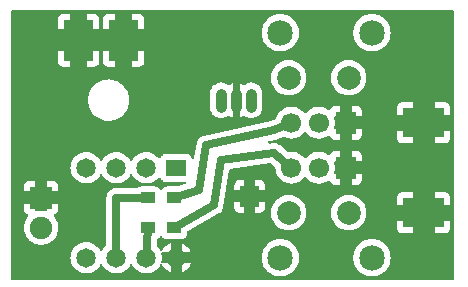
<source format=gbl>
G04 Layer: BottomLayer*
G04 EasyEDA v6.4.17, 2021-03-05T12:05:08+01:00*
G04 f60f8210386e4bb8a37d6fc626a43cf4,a095d68295bf4de09e4161802e6eaeab,10*
G04 Gerber Generator version 0.2*
G04 Scale: 100 percent, Rotated: No, Reflected: No *
G04 Dimensions in inches *
G04 leading zeros omitted , absolute positions ,3 integer and 6 decimal *
%FSLAX36Y36*%
%MOIN*%

%ADD13C,0.0250*%
%ADD19R,0.0669X0.0750*%
%ADD20C,0.0669*%
%ADD21C,0.0787*%
%ADD22R,0.0748X0.0748*%
%ADD23C,0.0748*%
%ADD24R,0.0650X0.0550*%
%ADD25C,0.0650*%
%ADD26C,0.0850*%
%ADD27C,0.0354*%

%LPD*%
G36*
X4100Y-899900D02*
G01*
X2560Y-899599D01*
X1280Y-898720D01*
X400Y-897440D01*
X100Y-895900D01*
X100Y-4100D01*
X400Y-2560D01*
X1280Y-1280D01*
X2560Y-400D01*
X4100Y-100D01*
X1470900Y-100D01*
X1472440Y-400D01*
X1473720Y-1280D01*
X1474600Y-2560D01*
X1474900Y-4100D01*
X1474900Y-895900D01*
X1474600Y-897440D01*
X1473720Y-898720D01*
X1472440Y-899599D01*
X1470900Y-899900D01*
G37*

%LPC*%
G36*
X894120Y-887180D02*
G01*
X900879Y-887180D01*
X907580Y-886460D01*
X914160Y-885000D01*
X920560Y-882860D01*
X926680Y-880020D01*
X932460Y-876540D01*
X937820Y-872460D01*
X942720Y-867820D01*
X947080Y-862680D01*
X950860Y-857099D01*
X954020Y-851160D01*
X956520Y-844880D01*
X958319Y-838379D01*
X959419Y-831740D01*
X959780Y-825000D01*
X959419Y-818259D01*
X958319Y-811620D01*
X956520Y-805120D01*
X954020Y-798840D01*
X950860Y-792900D01*
X947080Y-787320D01*
X942720Y-782180D01*
X937820Y-777540D01*
X932460Y-773460D01*
X926680Y-769980D01*
X920560Y-767140D01*
X914160Y-765000D01*
X907580Y-763540D01*
X900879Y-762820D01*
X894120Y-762820D01*
X887420Y-763540D01*
X880840Y-765000D01*
X874440Y-767140D01*
X868319Y-769980D01*
X862540Y-773460D01*
X857180Y-777540D01*
X852280Y-782180D01*
X847920Y-787320D01*
X844140Y-792900D01*
X840980Y-798840D01*
X838480Y-805120D01*
X836680Y-811620D01*
X835580Y-818259D01*
X835220Y-825000D01*
X835580Y-831740D01*
X836680Y-838379D01*
X838480Y-844880D01*
X840980Y-851160D01*
X844140Y-857099D01*
X847920Y-862680D01*
X852280Y-867820D01*
X857180Y-872460D01*
X862540Y-876540D01*
X868319Y-880020D01*
X874440Y-882860D01*
X880840Y-885000D01*
X887420Y-886460D01*
G37*
G36*
X1199120Y-887180D02*
G01*
X1205880Y-887180D01*
X1212580Y-886460D01*
X1219160Y-885000D01*
X1225560Y-882860D01*
X1231680Y-880020D01*
X1237460Y-876540D01*
X1242820Y-872460D01*
X1247720Y-867820D01*
X1252080Y-862680D01*
X1255860Y-857099D01*
X1259020Y-851160D01*
X1261520Y-844880D01*
X1263320Y-838379D01*
X1264420Y-831740D01*
X1264780Y-825000D01*
X1264420Y-818259D01*
X1263320Y-811620D01*
X1261520Y-805120D01*
X1259020Y-798840D01*
X1255860Y-792900D01*
X1252080Y-787320D01*
X1247720Y-782180D01*
X1242820Y-777540D01*
X1237460Y-773460D01*
X1231680Y-769980D01*
X1225560Y-767140D01*
X1219160Y-765000D01*
X1212580Y-763540D01*
X1205880Y-762820D01*
X1199120Y-762820D01*
X1192420Y-763540D01*
X1185840Y-765000D01*
X1179440Y-767140D01*
X1173320Y-769980D01*
X1167540Y-773460D01*
X1162180Y-777540D01*
X1157280Y-782180D01*
X1152920Y-787320D01*
X1149140Y-792900D01*
X1145980Y-798840D01*
X1143480Y-805120D01*
X1141680Y-811620D01*
X1140580Y-818259D01*
X1140220Y-825000D01*
X1140580Y-831740D01*
X1141680Y-838379D01*
X1143480Y-844880D01*
X1145980Y-851160D01*
X1149140Y-857099D01*
X1152920Y-862680D01*
X1157280Y-867820D01*
X1162180Y-872460D01*
X1167540Y-876540D01*
X1173320Y-880020D01*
X1179440Y-882860D01*
X1185840Y-885000D01*
X1192420Y-886460D01*
G37*
G36*
X248460Y-877260D02*
G01*
X254640Y-877080D01*
X260760Y-876160D01*
X266740Y-874520D01*
X272480Y-872200D01*
X277900Y-869200D01*
X282940Y-865600D01*
X287500Y-861420D01*
X291560Y-856720D01*
X295020Y-851580D01*
X296380Y-848900D01*
X297460Y-847600D01*
X298980Y-846860D01*
X300680Y-846800D01*
X302240Y-847460D01*
X303380Y-848700D01*
X306640Y-854200D01*
X310400Y-859120D01*
X314720Y-863580D01*
X319520Y-867480D01*
X324760Y-870780D01*
X330360Y-873439D01*
X336220Y-875420D01*
X342280Y-876700D01*
X348459Y-877260D01*
X354640Y-877080D01*
X360760Y-876160D01*
X366740Y-874520D01*
X372480Y-872200D01*
X377900Y-869200D01*
X382939Y-865600D01*
X387500Y-861420D01*
X391560Y-856720D01*
X395020Y-851580D01*
X396380Y-848900D01*
X397460Y-847600D01*
X398980Y-846860D01*
X400680Y-846800D01*
X402239Y-847460D01*
X403380Y-848700D01*
X406640Y-854200D01*
X410400Y-859120D01*
X414720Y-863580D01*
X419520Y-867480D01*
X424760Y-870780D01*
X430360Y-873439D01*
X436220Y-875420D01*
X442280Y-876700D01*
X448459Y-877260D01*
X454640Y-877080D01*
X460760Y-876160D01*
X466740Y-874520D01*
X472480Y-872200D01*
X477900Y-869200D01*
X482939Y-865600D01*
X487500Y-861420D01*
X491560Y-856720D01*
X495020Y-851580D01*
X496380Y-848900D01*
X497460Y-847600D01*
X498980Y-846860D01*
X500680Y-846800D01*
X502239Y-847460D01*
X503380Y-848700D01*
X506640Y-854200D01*
X510400Y-859120D01*
X514720Y-863580D01*
X519520Y-867480D01*
X524760Y-870780D01*
X530340Y-873439D01*
X531260Y-873740D01*
X531260Y-843760D01*
X504240Y-843760D01*
X502819Y-843500D01*
X501599Y-842740D01*
X500700Y-841620D01*
X500280Y-840240D01*
X500360Y-838820D01*
X501460Y-834240D01*
X502180Y-828100D01*
X502180Y-821900D01*
X501460Y-815759D01*
X500360Y-811180D01*
X500280Y-809760D01*
X500700Y-808379D01*
X501599Y-807260D01*
X502819Y-806500D01*
X504240Y-806260D01*
X531260Y-806260D01*
X531260Y-776260D01*
X530340Y-776560D01*
X524760Y-779220D01*
X519520Y-782520D01*
X514720Y-786420D01*
X510400Y-790879D01*
X506640Y-795800D01*
X503380Y-801300D01*
X502239Y-802540D01*
X500680Y-803199D01*
X498980Y-803139D01*
X497460Y-802400D01*
X496380Y-801100D01*
X495020Y-798420D01*
X491560Y-793280D01*
X487500Y-788580D01*
X486380Y-787540D01*
X485620Y-786620D01*
X485180Y-785520D01*
X485080Y-784320D01*
X486460Y-763880D01*
X486800Y-762500D01*
X487600Y-761340D01*
X488760Y-760520D01*
X490200Y-759840D01*
X493020Y-757860D01*
X495460Y-755420D01*
X496719Y-753620D01*
X497819Y-752560D01*
X499240Y-752000D01*
X500760Y-752000D01*
X502180Y-752560D01*
X503280Y-753620D01*
X504540Y-755420D01*
X506980Y-757860D01*
X509799Y-759840D01*
X512920Y-761300D01*
X516240Y-762180D01*
X519860Y-762500D01*
X566740Y-762500D01*
X570360Y-762180D01*
X573680Y-761300D01*
X576800Y-759840D01*
X579620Y-757860D01*
X582060Y-755420D01*
X584040Y-752600D01*
X585500Y-749479D01*
X586400Y-746140D01*
X586700Y-742540D01*
X586700Y-739760D01*
X586960Y-738379D01*
X587660Y-737180D01*
X588720Y-736280D01*
X691740Y-677600D01*
X695580Y-674860D01*
X698920Y-671680D01*
X701760Y-668060D01*
X704060Y-664060D01*
X705759Y-659780D01*
X706860Y-655160D01*
X727480Y-531500D01*
X728100Y-529960D01*
X729280Y-528780D01*
X730860Y-528200D01*
X863500Y-509260D01*
X865180Y-509360D01*
X866640Y-510160D01*
X879860Y-521260D01*
X880680Y-522180D01*
X881160Y-523320D01*
X881620Y-531180D01*
X882700Y-537280D01*
X884460Y-543220D01*
X886919Y-548900D01*
X890020Y-554260D01*
X893720Y-559220D01*
X897960Y-563720D01*
X902700Y-567700D01*
X907880Y-571100D01*
X913420Y-573880D01*
X919220Y-576000D01*
X925260Y-577440D01*
X931400Y-578160D01*
X937600Y-578160D01*
X943740Y-577440D01*
X949780Y-576000D01*
X955580Y-573880D01*
X961120Y-571100D01*
X966300Y-567700D01*
X971040Y-563720D01*
X975280Y-559220D01*
X976800Y-557200D01*
X977880Y-556200D01*
X979260Y-555660D01*
X980740Y-555660D01*
X982120Y-556200D01*
X983199Y-557200D01*
X984720Y-559220D01*
X988960Y-563720D01*
X993700Y-567700D01*
X998880Y-571100D01*
X1004419Y-573880D01*
X1010220Y-576000D01*
X1016260Y-577440D01*
X1022400Y-578160D01*
X1028600Y-578160D01*
X1034740Y-577440D01*
X1040780Y-576000D01*
X1046580Y-573880D01*
X1052120Y-571120D01*
X1057580Y-567500D01*
X1059160Y-566880D01*
X1060860Y-567000D01*
X1062380Y-567800D01*
X1063400Y-569160D01*
X1064920Y-572380D01*
X1066900Y-575200D01*
X1069320Y-577640D01*
X1072160Y-579620D01*
X1075280Y-581080D01*
X1078600Y-581960D01*
X1082220Y-582280D01*
X1096260Y-582280D01*
X1096260Y-546260D01*
X1080000Y-546260D01*
X1078540Y-545980D01*
X1077280Y-545200D01*
X1076400Y-544000D01*
X1076000Y-542580D01*
X1076160Y-541100D01*
X1077300Y-537280D01*
X1078380Y-531180D01*
X1078740Y-525000D01*
X1078380Y-518820D01*
X1077300Y-512720D01*
X1076160Y-508900D01*
X1076000Y-507420D01*
X1076400Y-506000D01*
X1077280Y-504799D01*
X1078540Y-504020D01*
X1080000Y-503760D01*
X1096260Y-503760D01*
X1096260Y-467720D01*
X1082220Y-467720D01*
X1078600Y-468040D01*
X1075280Y-468920D01*
X1072160Y-470379D01*
X1069320Y-472360D01*
X1066900Y-474799D01*
X1064920Y-477620D01*
X1063400Y-480840D01*
X1062380Y-482200D01*
X1060860Y-483000D01*
X1059160Y-483120D01*
X1057580Y-482500D01*
X1052120Y-478880D01*
X1046580Y-476120D01*
X1040780Y-474000D01*
X1034740Y-472560D01*
X1028600Y-471840D01*
X1022400Y-471840D01*
X1016260Y-472560D01*
X1010220Y-474000D01*
X1004419Y-476120D01*
X998880Y-478900D01*
X993700Y-482299D01*
X988960Y-486280D01*
X984720Y-490780D01*
X983199Y-492800D01*
X982120Y-493800D01*
X980740Y-494340D01*
X979260Y-494340D01*
X977880Y-493800D01*
X976800Y-492800D01*
X975280Y-490780D01*
X971040Y-486280D01*
X966300Y-482299D01*
X961120Y-478900D01*
X955580Y-476120D01*
X949780Y-474000D01*
X943740Y-472560D01*
X937600Y-471840D01*
X931400Y-471840D01*
X923660Y-472740D01*
X922460Y-472460D01*
X921400Y-471820D01*
X895860Y-450360D01*
X892480Y-447879D01*
X888439Y-445660D01*
X884120Y-444040D01*
X879620Y-443060D01*
X875020Y-442720D01*
X870300Y-443060D01*
X860740Y-444420D01*
X859000Y-444300D01*
X857500Y-443440D01*
X856500Y-442020D01*
X856180Y-440300D01*
X856620Y-438620D01*
X857740Y-437299D01*
X859300Y-436560D01*
X883080Y-431260D01*
X886480Y-430180D01*
X906280Y-421880D01*
X907960Y-421560D01*
X909620Y-421980D01*
X913420Y-423880D01*
X919220Y-426000D01*
X925260Y-427440D01*
X931400Y-428160D01*
X937600Y-428160D01*
X943740Y-427440D01*
X949780Y-426000D01*
X955580Y-423880D01*
X961120Y-421100D01*
X966300Y-417700D01*
X971040Y-413720D01*
X975280Y-409219D01*
X976800Y-407200D01*
X977880Y-406200D01*
X979260Y-405660D01*
X980740Y-405660D01*
X982120Y-406200D01*
X983199Y-407200D01*
X984720Y-409219D01*
X988960Y-413720D01*
X993700Y-417700D01*
X998880Y-421100D01*
X1004419Y-423880D01*
X1010220Y-426000D01*
X1016260Y-427440D01*
X1022400Y-428160D01*
X1028600Y-428160D01*
X1034740Y-427440D01*
X1040780Y-426000D01*
X1046580Y-423880D01*
X1052120Y-421120D01*
X1057580Y-417500D01*
X1059160Y-416880D01*
X1060860Y-417000D01*
X1062380Y-417800D01*
X1063400Y-419159D01*
X1064920Y-422380D01*
X1066900Y-425200D01*
X1069320Y-427640D01*
X1072160Y-429620D01*
X1075280Y-431079D01*
X1078600Y-431960D01*
X1082220Y-432280D01*
X1096260Y-432280D01*
X1096260Y-396260D01*
X1080000Y-396260D01*
X1078540Y-395980D01*
X1077280Y-395200D01*
X1076400Y-394000D01*
X1076000Y-392580D01*
X1076160Y-391100D01*
X1077300Y-387280D01*
X1078380Y-381180D01*
X1078740Y-375000D01*
X1078380Y-368820D01*
X1077300Y-362720D01*
X1076160Y-358900D01*
X1076000Y-357420D01*
X1076400Y-356000D01*
X1077280Y-354799D01*
X1078540Y-354020D01*
X1080000Y-353760D01*
X1096260Y-353760D01*
X1096260Y-317720D01*
X1082220Y-317720D01*
X1078600Y-318040D01*
X1075280Y-318920D01*
X1072160Y-320379D01*
X1069320Y-322360D01*
X1066900Y-324799D01*
X1064920Y-327620D01*
X1063400Y-330840D01*
X1062380Y-332200D01*
X1060860Y-333000D01*
X1059160Y-333120D01*
X1057580Y-332500D01*
X1052120Y-328880D01*
X1046580Y-326120D01*
X1040780Y-324000D01*
X1034740Y-322560D01*
X1028600Y-321840D01*
X1022400Y-321840D01*
X1016260Y-322560D01*
X1010220Y-324000D01*
X1004419Y-326120D01*
X998880Y-328900D01*
X993700Y-332299D01*
X988960Y-336280D01*
X984720Y-340780D01*
X983199Y-342800D01*
X982120Y-343800D01*
X980740Y-344340D01*
X979260Y-344340D01*
X977880Y-343800D01*
X976800Y-342800D01*
X975280Y-340780D01*
X971040Y-336280D01*
X966300Y-332299D01*
X961120Y-328900D01*
X955580Y-326120D01*
X949780Y-324000D01*
X943740Y-322560D01*
X937600Y-321840D01*
X931400Y-321840D01*
X925260Y-322560D01*
X919220Y-324000D01*
X913420Y-326120D01*
X907880Y-328900D01*
X902700Y-332299D01*
X897960Y-336280D01*
X893720Y-340780D01*
X890020Y-345740D01*
X886919Y-351100D01*
X884460Y-356780D01*
X883560Y-359799D01*
X882720Y-361320D01*
X881280Y-362340D01*
X865500Y-368980D01*
X864820Y-369200D01*
X641660Y-418820D01*
X638540Y-419820D01*
X637300Y-420319D01*
X634360Y-421760D01*
X633200Y-422440D01*
X630500Y-424280D01*
X629460Y-425100D01*
X627040Y-427320D01*
X626120Y-428280D01*
X624040Y-430820D01*
X623260Y-431900D01*
X621580Y-434700D01*
X620960Y-435880D01*
X619680Y-438900D01*
X619260Y-440160D01*
X618420Y-443340D01*
X609900Y-494280D01*
X609340Y-495720D01*
X608300Y-496860D01*
X606880Y-497500D01*
X605340Y-497580D01*
X603880Y-497040D01*
X602740Y-496000D01*
X602080Y-494620D01*
X601060Y-490720D01*
X599620Y-487620D01*
X597640Y-484799D01*
X595200Y-482360D01*
X592380Y-480379D01*
X589260Y-478920D01*
X585940Y-478040D01*
X582320Y-477720D01*
X517680Y-477720D01*
X514060Y-478040D01*
X510740Y-478920D01*
X507620Y-480379D01*
X504799Y-482360D01*
X502360Y-484799D01*
X500379Y-487620D01*
X498920Y-490760D01*
X498600Y-491920D01*
X497800Y-493440D01*
X496420Y-494480D01*
X494760Y-494840D01*
X493080Y-494480D01*
X491700Y-493459D01*
X487500Y-488579D01*
X482939Y-484400D01*
X477900Y-480800D01*
X472480Y-477800D01*
X466740Y-475480D01*
X460760Y-473840D01*
X454640Y-472920D01*
X448459Y-472740D01*
X442280Y-473300D01*
X436220Y-474580D01*
X430360Y-476560D01*
X424760Y-479219D01*
X419520Y-482520D01*
X414720Y-486420D01*
X410400Y-490880D01*
X406640Y-495800D01*
X403380Y-501300D01*
X402239Y-502540D01*
X400680Y-503200D01*
X398980Y-503140D01*
X397460Y-502400D01*
X396380Y-501100D01*
X395020Y-498420D01*
X391560Y-493280D01*
X387500Y-488579D01*
X382939Y-484400D01*
X377900Y-480800D01*
X372480Y-477800D01*
X366740Y-475480D01*
X360760Y-473840D01*
X354640Y-472920D01*
X348459Y-472740D01*
X342280Y-473300D01*
X336220Y-474580D01*
X330360Y-476560D01*
X324760Y-479219D01*
X319520Y-482520D01*
X314720Y-486420D01*
X310400Y-490880D01*
X306640Y-495800D01*
X303380Y-501300D01*
X302240Y-502540D01*
X300680Y-503200D01*
X298980Y-503140D01*
X297460Y-502400D01*
X296380Y-501100D01*
X295020Y-498420D01*
X291560Y-493280D01*
X287500Y-488579D01*
X282940Y-484400D01*
X277900Y-480800D01*
X272480Y-477800D01*
X266740Y-475480D01*
X260760Y-473840D01*
X254640Y-472920D01*
X248460Y-472740D01*
X242280Y-473300D01*
X236220Y-474580D01*
X230360Y-476560D01*
X224760Y-479219D01*
X219520Y-482520D01*
X214720Y-486420D01*
X210400Y-490880D01*
X206640Y-495800D01*
X203500Y-501120D01*
X201000Y-506800D01*
X199180Y-512720D01*
X198080Y-518820D01*
X197719Y-525000D01*
X198080Y-531180D01*
X199180Y-537280D01*
X201000Y-543200D01*
X203500Y-548880D01*
X206640Y-554200D01*
X210400Y-559120D01*
X214720Y-563580D01*
X219520Y-567480D01*
X224760Y-570780D01*
X230360Y-573440D01*
X236220Y-575420D01*
X242280Y-576700D01*
X248460Y-577260D01*
X254640Y-577080D01*
X260760Y-576160D01*
X266740Y-574520D01*
X272480Y-572200D01*
X277900Y-569200D01*
X282940Y-565600D01*
X287500Y-561420D01*
X291560Y-556720D01*
X295020Y-551580D01*
X296380Y-548900D01*
X297460Y-547600D01*
X298980Y-546860D01*
X300680Y-546800D01*
X302240Y-547460D01*
X303380Y-548700D01*
X306640Y-554200D01*
X310400Y-559120D01*
X314720Y-563580D01*
X319520Y-567480D01*
X324760Y-570780D01*
X330360Y-573440D01*
X336220Y-575420D01*
X342280Y-576700D01*
X348459Y-577260D01*
X354640Y-577080D01*
X360760Y-576160D01*
X366740Y-574520D01*
X372480Y-572200D01*
X377900Y-569200D01*
X382939Y-565600D01*
X387500Y-561420D01*
X391560Y-556720D01*
X395020Y-551580D01*
X396380Y-548900D01*
X397460Y-547600D01*
X398980Y-546860D01*
X400680Y-546800D01*
X402239Y-547460D01*
X403380Y-548700D01*
X406640Y-554200D01*
X410400Y-559120D01*
X414720Y-563580D01*
X419520Y-567480D01*
X424760Y-570780D01*
X430360Y-573440D01*
X436220Y-575420D01*
X442280Y-576700D01*
X448459Y-577260D01*
X454640Y-577080D01*
X460760Y-576160D01*
X466740Y-574520D01*
X472480Y-572200D01*
X477900Y-569200D01*
X482939Y-565600D01*
X487500Y-561420D01*
X491719Y-556520D01*
X493100Y-555500D01*
X494780Y-555140D01*
X496460Y-555520D01*
X497819Y-556580D01*
X498620Y-558100D01*
X498920Y-559260D01*
X500379Y-562380D01*
X502360Y-565200D01*
X504799Y-567640D01*
X507620Y-569620D01*
X510740Y-571080D01*
X514060Y-571960D01*
X517680Y-572280D01*
X578500Y-572280D01*
X580080Y-572620D01*
X581400Y-573540D01*
X582240Y-574900D01*
X582480Y-576500D01*
X582080Y-578060D01*
X581080Y-579340D01*
X579660Y-580100D01*
X556100Y-587320D01*
X554920Y-587500D01*
X519860Y-587500D01*
X516240Y-587820D01*
X512920Y-588700D01*
X509799Y-590160D01*
X506980Y-592140D01*
X504540Y-594580D01*
X503280Y-596380D01*
X502180Y-597440D01*
X500760Y-598000D01*
X499240Y-598000D01*
X497819Y-597440D01*
X496719Y-596380D01*
X495460Y-594580D01*
X493020Y-592140D01*
X490200Y-590160D01*
X487080Y-588700D01*
X483760Y-587820D01*
X480140Y-587500D01*
X433260Y-587500D01*
X429640Y-587820D01*
X426320Y-588700D01*
X423200Y-590160D01*
X420580Y-592000D01*
X419480Y-592520D01*
X418280Y-592720D01*
X350140Y-592720D01*
X345400Y-593060D01*
X340900Y-594040D01*
X336599Y-595640D01*
X332560Y-597840D01*
X328860Y-600600D01*
X325600Y-603860D01*
X322840Y-607560D01*
X320640Y-611600D01*
X319040Y-615900D01*
X318060Y-620400D01*
X317720Y-625140D01*
X317720Y-782080D01*
X317320Y-783800D01*
X316240Y-785200D01*
X314720Y-786420D01*
X310400Y-790879D01*
X306640Y-795800D01*
X303380Y-801300D01*
X302240Y-802540D01*
X300680Y-803199D01*
X298980Y-803139D01*
X297460Y-802400D01*
X296380Y-801100D01*
X295020Y-798420D01*
X291560Y-793280D01*
X287500Y-788580D01*
X282940Y-784400D01*
X277900Y-780800D01*
X272480Y-777800D01*
X266740Y-775480D01*
X260760Y-773840D01*
X254640Y-772920D01*
X248460Y-772740D01*
X242280Y-773300D01*
X236220Y-774580D01*
X230360Y-776560D01*
X224760Y-779220D01*
X219520Y-782520D01*
X214720Y-786420D01*
X210400Y-790879D01*
X206640Y-795800D01*
X203500Y-801120D01*
X201000Y-806800D01*
X199180Y-812720D01*
X198080Y-818820D01*
X197719Y-825000D01*
X198080Y-831180D01*
X199180Y-837280D01*
X201000Y-843199D01*
X203500Y-848880D01*
X206640Y-854200D01*
X210400Y-859120D01*
X214720Y-863580D01*
X219520Y-867480D01*
X224760Y-870780D01*
X230360Y-873439D01*
X236220Y-875420D01*
X242280Y-876700D01*
G37*
G36*
X568760Y-873720D02*
G01*
X572480Y-872200D01*
X577900Y-869200D01*
X582940Y-865600D01*
X587500Y-861420D01*
X591560Y-856720D01*
X595020Y-851580D01*
X597840Y-846080D01*
X598700Y-843760D01*
X568760Y-843760D01*
G37*
G36*
X568760Y-806260D02*
G01*
X598700Y-806260D01*
X597840Y-803920D01*
X595020Y-798420D01*
X591560Y-793280D01*
X587500Y-788580D01*
X582940Y-784400D01*
X577900Y-780800D01*
X572480Y-777800D01*
X568760Y-776280D01*
G37*
G36*
X100000Y-782180D02*
G01*
X106519Y-781800D01*
X112960Y-780699D01*
X119220Y-778860D01*
X125220Y-776320D01*
X130920Y-773100D01*
X136200Y-769260D01*
X141000Y-764860D01*
X145280Y-759920D01*
X148960Y-754520D01*
X152020Y-748760D01*
X154380Y-742660D01*
X156040Y-736360D01*
X156980Y-729900D01*
X157160Y-723360D01*
X156600Y-716860D01*
X155300Y-710460D01*
X153280Y-704260D01*
X150580Y-698319D01*
X147200Y-692720D01*
X143040Y-687360D01*
X142200Y-686100D01*
X141900Y-684620D01*
X142180Y-683120D01*
X142980Y-681840D01*
X144220Y-680960D01*
X147280Y-679520D01*
X150100Y-677540D01*
X152540Y-675100D01*
X154520Y-672280D01*
X155980Y-669160D01*
X156880Y-665840D01*
X157180Y-662220D01*
X157180Y-646200D01*
X121199Y-646200D01*
X121199Y-666280D01*
X120940Y-667700D01*
X120200Y-668920D01*
X119080Y-669820D01*
X117720Y-670240D01*
X116300Y-670180D01*
X109760Y-668660D01*
X103260Y-667920D01*
X96740Y-667920D01*
X90239Y-668660D01*
X83699Y-670180D01*
X82280Y-670240D01*
X80920Y-669820D01*
X79800Y-668920D01*
X79060Y-667700D01*
X78800Y-666280D01*
X78800Y-646200D01*
X42820Y-646200D01*
X42820Y-662220D01*
X43120Y-665840D01*
X44020Y-669160D01*
X45480Y-672280D01*
X47460Y-675100D01*
X49900Y-677540D01*
X52720Y-679520D01*
X55780Y-680960D01*
X57020Y-681840D01*
X57820Y-683120D01*
X58099Y-684620D01*
X57800Y-686100D01*
X56780Y-687560D01*
X52800Y-692720D01*
X49420Y-698319D01*
X46720Y-704260D01*
X44700Y-710460D01*
X43400Y-716860D01*
X42840Y-723360D01*
X43019Y-729900D01*
X43960Y-736360D01*
X45620Y-742660D01*
X47980Y-748760D01*
X51040Y-754520D01*
X54720Y-759920D01*
X59000Y-764860D01*
X63800Y-769260D01*
X69080Y-773100D01*
X74780Y-776320D01*
X80780Y-778860D01*
X87040Y-780699D01*
X93480Y-781800D01*
G37*
G36*
X1306279Y-744000D02*
G01*
X1338060Y-744000D01*
X1338060Y-702099D01*
X1286320Y-702099D01*
X1286320Y-724040D01*
X1286639Y-727640D01*
X1287520Y-730980D01*
X1288980Y-734100D01*
X1290960Y-736919D01*
X1293400Y-739360D01*
X1296220Y-741340D01*
X1299340Y-742800D01*
X1302660Y-743680D01*
G37*
G36*
X1411940Y-744000D02*
G01*
X1443720Y-744000D01*
X1447340Y-743680D01*
X1450660Y-742800D01*
X1453779Y-741340D01*
X1456600Y-739360D01*
X1459040Y-736919D01*
X1461020Y-734100D01*
X1462480Y-730980D01*
X1463360Y-727640D01*
X1463680Y-724040D01*
X1463680Y-702099D01*
X1411940Y-702099D01*
G37*
G36*
X1125000Y-734140D02*
G01*
X1131620Y-733780D01*
X1138160Y-732660D01*
X1144540Y-730819D01*
X1150660Y-728300D01*
X1156460Y-725080D01*
X1161880Y-721240D01*
X1166820Y-716820D01*
X1171240Y-711880D01*
X1175080Y-706460D01*
X1178300Y-700660D01*
X1180820Y-694539D01*
X1182660Y-688160D01*
X1183780Y-681620D01*
X1184140Y-675000D01*
X1183780Y-668379D01*
X1182660Y-661840D01*
X1180820Y-655460D01*
X1178300Y-649340D01*
X1175080Y-643540D01*
X1171240Y-638120D01*
X1166820Y-633180D01*
X1161880Y-628760D01*
X1156460Y-624920D01*
X1150660Y-621700D01*
X1144540Y-619180D01*
X1138160Y-617340D01*
X1131620Y-616220D01*
X1125000Y-615860D01*
X1118380Y-616220D01*
X1111840Y-617340D01*
X1105460Y-619180D01*
X1099340Y-621700D01*
X1093540Y-624920D01*
X1088120Y-628760D01*
X1083180Y-633180D01*
X1078760Y-638120D01*
X1074920Y-643540D01*
X1071700Y-649340D01*
X1069180Y-655460D01*
X1067340Y-661840D01*
X1066220Y-668379D01*
X1065860Y-675000D01*
X1066220Y-681620D01*
X1067340Y-688160D01*
X1069180Y-694539D01*
X1071700Y-700660D01*
X1074920Y-706460D01*
X1078760Y-711880D01*
X1083180Y-716820D01*
X1088120Y-721240D01*
X1093540Y-725080D01*
X1099340Y-728300D01*
X1105460Y-730819D01*
X1111840Y-732660D01*
X1118380Y-733780D01*
G37*
G36*
X925000Y-734140D02*
G01*
X931620Y-733780D01*
X938160Y-732660D01*
X944539Y-730819D01*
X950660Y-728300D01*
X956460Y-725080D01*
X961880Y-721240D01*
X966820Y-716820D01*
X971240Y-711880D01*
X975080Y-706460D01*
X978300Y-700660D01*
X980819Y-694539D01*
X982660Y-688160D01*
X983780Y-681620D01*
X984140Y-675000D01*
X983780Y-668379D01*
X982660Y-661840D01*
X980819Y-655460D01*
X978300Y-649340D01*
X975080Y-643540D01*
X971240Y-638120D01*
X966820Y-633180D01*
X961880Y-628760D01*
X956460Y-624920D01*
X950660Y-621700D01*
X944539Y-619180D01*
X938160Y-617340D01*
X931620Y-616220D01*
X925000Y-615860D01*
X918379Y-616220D01*
X911840Y-617340D01*
X905460Y-619180D01*
X899340Y-621700D01*
X893540Y-624920D01*
X888120Y-628760D01*
X883180Y-633180D01*
X878760Y-638120D01*
X874920Y-643540D01*
X871700Y-649340D01*
X869180Y-655460D01*
X867340Y-661840D01*
X866220Y-668379D01*
X865860Y-675000D01*
X866220Y-681620D01*
X867340Y-688160D01*
X869180Y-694539D01*
X871700Y-700660D01*
X874920Y-706460D01*
X878760Y-711880D01*
X883180Y-716820D01*
X888120Y-721240D01*
X893540Y-725080D01*
X899340Y-728300D01*
X905460Y-730819D01*
X911840Y-732660D01*
X918379Y-733780D01*
G37*
G36*
X813259Y-675280D02*
G01*
X826320Y-675280D01*
X829940Y-674960D01*
X833259Y-674080D01*
X836380Y-672620D01*
X839200Y-670639D01*
X841640Y-668199D01*
X843620Y-665380D01*
X845080Y-662260D01*
X845960Y-658940D01*
X846280Y-655320D01*
X846280Y-640280D01*
X813259Y-640280D01*
G37*
G36*
X763680Y-675280D02*
G01*
X776760Y-675280D01*
X776760Y-640280D01*
X743720Y-640280D01*
X743720Y-655320D01*
X744040Y-658940D01*
X744920Y-662260D01*
X746380Y-665380D01*
X748360Y-668199D01*
X750800Y-670639D01*
X753620Y-672620D01*
X756740Y-674080D01*
X760060Y-674960D01*
G37*
G36*
X1411940Y-647900D02*
G01*
X1463680Y-647900D01*
X1463680Y-625960D01*
X1463360Y-622360D01*
X1462480Y-619020D01*
X1461020Y-615900D01*
X1459040Y-613080D01*
X1456600Y-610640D01*
X1453779Y-608660D01*
X1450660Y-607220D01*
X1447340Y-606320D01*
X1443720Y-606000D01*
X1411940Y-606000D01*
G37*
G36*
X1286320Y-647900D02*
G01*
X1338060Y-647900D01*
X1338060Y-606000D01*
X1306279Y-606000D01*
X1302660Y-606320D01*
X1299340Y-607220D01*
X1296220Y-608660D01*
X1293400Y-610640D01*
X1290960Y-613080D01*
X1288980Y-615900D01*
X1287520Y-619020D01*
X1286639Y-622360D01*
X1286320Y-625960D01*
G37*
G36*
X121199Y-603800D02*
G01*
X157180Y-603800D01*
X157180Y-587780D01*
X156880Y-584160D01*
X155980Y-580840D01*
X154520Y-577720D01*
X152540Y-574900D01*
X150100Y-572460D01*
X147280Y-570480D01*
X144160Y-569020D01*
X140840Y-568120D01*
X137220Y-567820D01*
X121199Y-567820D01*
G37*
G36*
X42820Y-603800D02*
G01*
X78800Y-603800D01*
X78800Y-567820D01*
X62779Y-567820D01*
X59160Y-568120D01*
X55839Y-569020D01*
X52720Y-570480D01*
X49900Y-572460D01*
X47460Y-574900D01*
X45480Y-577720D01*
X44020Y-580840D01*
X43120Y-584160D01*
X42820Y-587780D01*
G37*
G36*
X813259Y-599820D02*
G01*
X846280Y-599820D01*
X846280Y-584780D01*
X845960Y-581160D01*
X845080Y-577840D01*
X843620Y-574720D01*
X841640Y-571900D01*
X839200Y-569460D01*
X836380Y-567480D01*
X833259Y-566020D01*
X829940Y-565140D01*
X826320Y-564820D01*
X813259Y-564820D01*
G37*
G36*
X743720Y-599820D02*
G01*
X776760Y-599820D01*
X776760Y-564820D01*
X763680Y-564820D01*
X760060Y-565140D01*
X756740Y-566020D01*
X753620Y-567480D01*
X750800Y-569460D01*
X748360Y-571900D01*
X746380Y-574720D01*
X744920Y-577840D01*
X744040Y-581160D01*
X743720Y-584780D01*
G37*
G36*
X1134740Y-582280D02*
G01*
X1148780Y-582280D01*
X1152400Y-581960D01*
X1155720Y-581080D01*
X1158840Y-579620D01*
X1161680Y-577640D01*
X1164100Y-575200D01*
X1166080Y-572380D01*
X1167540Y-569260D01*
X1168440Y-565940D01*
X1168740Y-562320D01*
X1168740Y-546260D01*
X1134740Y-546260D01*
G37*
G36*
X1134740Y-503760D02*
G01*
X1168740Y-503760D01*
X1168740Y-487680D01*
X1168440Y-484060D01*
X1167540Y-480740D01*
X1166080Y-477620D01*
X1164100Y-474799D01*
X1161680Y-472360D01*
X1158840Y-470379D01*
X1155720Y-468920D01*
X1152400Y-468040D01*
X1148780Y-467720D01*
X1134740Y-467720D01*
G37*
G36*
X1306279Y-444000D02*
G01*
X1338060Y-444000D01*
X1338060Y-402100D01*
X1286320Y-402100D01*
X1286320Y-424040D01*
X1286639Y-427640D01*
X1287520Y-430980D01*
X1288980Y-434099D01*
X1290960Y-436920D01*
X1293400Y-439360D01*
X1296220Y-441340D01*
X1299340Y-442800D01*
X1302660Y-443680D01*
G37*
G36*
X1411940Y-444000D02*
G01*
X1443720Y-444000D01*
X1447340Y-443680D01*
X1450660Y-442800D01*
X1453779Y-441340D01*
X1456600Y-439360D01*
X1459040Y-436920D01*
X1461020Y-434099D01*
X1462480Y-430980D01*
X1463360Y-427640D01*
X1463680Y-424040D01*
X1463680Y-402100D01*
X1411940Y-402100D01*
G37*
G36*
X1134740Y-432280D02*
G01*
X1148780Y-432280D01*
X1152400Y-431960D01*
X1155720Y-431079D01*
X1158840Y-429620D01*
X1161680Y-427640D01*
X1164100Y-425200D01*
X1166080Y-422380D01*
X1167540Y-419260D01*
X1168440Y-415940D01*
X1168740Y-412320D01*
X1168740Y-396260D01*
X1134740Y-396260D01*
G37*
G36*
X326780Y-368960D02*
G01*
X333860Y-368420D01*
X340840Y-367140D01*
X347660Y-365160D01*
X354240Y-362480D01*
X360520Y-359140D01*
X366420Y-355180D01*
X371860Y-350640D01*
X376820Y-345540D01*
X381240Y-339980D01*
X385040Y-333980D01*
X388220Y-327620D01*
X390720Y-320980D01*
X392540Y-314120D01*
X393620Y-307100D01*
X394000Y-300000D01*
X393620Y-292900D01*
X392540Y-285880D01*
X390720Y-279020D01*
X388220Y-272380D01*
X385040Y-266020D01*
X381240Y-260020D01*
X376820Y-254460D01*
X371860Y-249360D01*
X366420Y-244820D01*
X360520Y-240859D01*
X354240Y-237520D01*
X347660Y-234840D01*
X340840Y-232860D01*
X333860Y-231580D01*
X326780Y-231040D01*
X319680Y-231220D01*
X312640Y-232120D01*
X305720Y-233760D01*
X299000Y-236100D01*
X292580Y-239100D01*
X286480Y-242760D01*
X280800Y-247020D01*
X275600Y-251840D01*
X270900Y-257180D01*
X266780Y-262980D01*
X263280Y-269160D01*
X260440Y-275660D01*
X258280Y-282420D01*
X256820Y-289380D01*
X256100Y-296440D01*
X256100Y-303560D01*
X256820Y-310620D01*
X258280Y-317580D01*
X260440Y-324340D01*
X263280Y-330840D01*
X266780Y-337020D01*
X270900Y-342819D01*
X275600Y-348160D01*
X280800Y-352980D01*
X286480Y-357239D01*
X292580Y-360900D01*
X299000Y-363900D01*
X305720Y-366240D01*
X312640Y-367879D01*
X319680Y-368780D01*
G37*
G36*
X797440Y-359060D02*
G01*
X802560Y-359060D01*
X807620Y-358360D01*
X812560Y-356980D01*
X817240Y-354940D01*
X821620Y-352280D01*
X825600Y-349060D01*
X829080Y-345319D01*
X832039Y-341140D01*
X834380Y-336599D01*
X836100Y-331760D01*
X837140Y-326760D01*
X837500Y-321520D01*
X837500Y-278480D01*
X837140Y-273240D01*
X836100Y-268240D01*
X834380Y-263400D01*
X832039Y-258860D01*
X829080Y-254680D01*
X825600Y-250940D01*
X821620Y-247719D01*
X817240Y-245060D01*
X812560Y-243020D01*
X807620Y-241640D01*
X802560Y-240940D01*
X797440Y-240940D01*
X792380Y-241640D01*
X787440Y-243020D01*
X782760Y-245060D01*
X778379Y-247719D01*
X777520Y-248420D01*
X776340Y-249080D01*
X775000Y-249300D01*
X773660Y-249080D01*
X772480Y-248420D01*
X771620Y-247719D01*
X767240Y-245060D01*
X762560Y-243020D01*
X761360Y-242680D01*
X761360Y-279020D01*
X762200Y-280300D01*
X762500Y-281820D01*
X762500Y-318180D01*
X762200Y-319700D01*
X761360Y-320980D01*
X761360Y-357320D01*
X762560Y-356980D01*
X767240Y-354940D01*
X771620Y-352280D01*
X772480Y-351580D01*
X773660Y-350920D01*
X775000Y-350700D01*
X776340Y-350920D01*
X777520Y-351580D01*
X778379Y-352280D01*
X782760Y-354940D01*
X787440Y-356980D01*
X792380Y-358360D01*
G37*
G36*
X697440Y-359060D02*
G01*
X702560Y-359060D01*
X707620Y-358360D01*
X712560Y-356980D01*
X717240Y-354940D01*
X721620Y-352280D01*
X722480Y-351580D01*
X723660Y-350920D01*
X725000Y-350700D01*
X726340Y-350920D01*
X727520Y-351580D01*
X728379Y-352280D01*
X732760Y-354940D01*
X737440Y-356980D01*
X738640Y-357320D01*
X738640Y-320980D01*
X737800Y-319700D01*
X737500Y-318180D01*
X737500Y-281820D01*
X737800Y-280300D01*
X738640Y-279020D01*
X738640Y-242680D01*
X737440Y-243020D01*
X732760Y-245060D01*
X728379Y-247719D01*
X727520Y-248420D01*
X726340Y-249080D01*
X725000Y-249300D01*
X723660Y-249080D01*
X722480Y-248420D01*
X721620Y-247719D01*
X717240Y-245060D01*
X712560Y-243020D01*
X707620Y-241640D01*
X702560Y-240940D01*
X697440Y-240940D01*
X692380Y-241640D01*
X687440Y-243020D01*
X682760Y-245060D01*
X678379Y-247719D01*
X674400Y-250940D01*
X670920Y-254680D01*
X667960Y-258860D01*
X665620Y-263400D01*
X663900Y-268240D01*
X662860Y-273240D01*
X662500Y-278480D01*
X662500Y-321520D01*
X662860Y-326760D01*
X663900Y-331760D01*
X665620Y-336599D01*
X667960Y-341140D01*
X670920Y-345319D01*
X674400Y-349060D01*
X678379Y-352280D01*
X682760Y-354940D01*
X687440Y-356980D01*
X692380Y-358360D01*
G37*
G36*
X1134740Y-353760D02*
G01*
X1168740Y-353760D01*
X1168740Y-337680D01*
X1168440Y-334060D01*
X1167540Y-330740D01*
X1166080Y-327620D01*
X1164100Y-324799D01*
X1161680Y-322360D01*
X1158840Y-320379D01*
X1155720Y-318920D01*
X1152400Y-318040D01*
X1148780Y-317720D01*
X1134740Y-317720D01*
G37*
G36*
X1286320Y-347900D02*
G01*
X1338060Y-347900D01*
X1338060Y-306000D01*
X1306279Y-306000D01*
X1302660Y-306320D01*
X1299340Y-307220D01*
X1296220Y-308660D01*
X1293400Y-310640D01*
X1290960Y-313080D01*
X1288980Y-315900D01*
X1287520Y-319020D01*
X1286639Y-322360D01*
X1286320Y-325959D01*
G37*
G36*
X1411940Y-347900D02*
G01*
X1463680Y-347900D01*
X1463680Y-325959D01*
X1463360Y-322360D01*
X1462480Y-319020D01*
X1461020Y-315900D01*
X1459040Y-313080D01*
X1456600Y-310640D01*
X1453779Y-308660D01*
X1450660Y-307220D01*
X1447340Y-306320D01*
X1443720Y-306000D01*
X1411940Y-306000D01*
G37*
G36*
X1125000Y-284140D02*
G01*
X1131620Y-283780D01*
X1138160Y-282660D01*
X1144540Y-280820D01*
X1150660Y-278300D01*
X1156460Y-275080D01*
X1161880Y-271240D01*
X1166820Y-266820D01*
X1171240Y-261880D01*
X1175080Y-256460D01*
X1178300Y-250660D01*
X1180820Y-244540D01*
X1182660Y-238160D01*
X1183780Y-231620D01*
X1184140Y-225000D01*
X1183780Y-218380D01*
X1182660Y-211840D01*
X1180820Y-205460D01*
X1178300Y-199340D01*
X1175080Y-193540D01*
X1171240Y-188120D01*
X1166820Y-183180D01*
X1161880Y-178760D01*
X1156460Y-174920D01*
X1150660Y-171700D01*
X1144540Y-169180D01*
X1138160Y-167340D01*
X1131620Y-166220D01*
X1125000Y-165859D01*
X1118380Y-166220D01*
X1111840Y-167340D01*
X1105460Y-169180D01*
X1099340Y-171700D01*
X1093540Y-174920D01*
X1088120Y-178760D01*
X1083180Y-183180D01*
X1078760Y-188120D01*
X1074920Y-193540D01*
X1071700Y-199340D01*
X1069180Y-205460D01*
X1067340Y-211840D01*
X1066220Y-218380D01*
X1065860Y-225000D01*
X1066220Y-231620D01*
X1067340Y-238160D01*
X1069180Y-244540D01*
X1071700Y-250660D01*
X1074920Y-256460D01*
X1078760Y-261880D01*
X1083180Y-266820D01*
X1088120Y-271240D01*
X1093540Y-275080D01*
X1099340Y-278300D01*
X1105460Y-280820D01*
X1111840Y-282660D01*
X1118380Y-283780D01*
G37*
G36*
X925000Y-284140D02*
G01*
X931620Y-283780D01*
X938160Y-282660D01*
X944539Y-280820D01*
X950660Y-278300D01*
X956460Y-275080D01*
X961880Y-271240D01*
X966820Y-266820D01*
X971240Y-261880D01*
X975080Y-256460D01*
X978300Y-250660D01*
X980819Y-244540D01*
X982660Y-238160D01*
X983780Y-231620D01*
X984140Y-225000D01*
X983780Y-218380D01*
X982660Y-211840D01*
X980819Y-205460D01*
X978300Y-199340D01*
X975080Y-193540D01*
X971240Y-188120D01*
X966820Y-183180D01*
X961880Y-178760D01*
X956460Y-174920D01*
X950660Y-171700D01*
X944539Y-169180D01*
X938160Y-167340D01*
X931620Y-166220D01*
X925000Y-165859D01*
X918379Y-166220D01*
X911840Y-167340D01*
X905460Y-169180D01*
X899340Y-171700D01*
X893540Y-174920D01*
X888120Y-178760D01*
X883180Y-183180D01*
X878760Y-188120D01*
X874920Y-193540D01*
X871700Y-199340D01*
X869180Y-205460D01*
X867340Y-211840D01*
X866220Y-218380D01*
X865860Y-225000D01*
X866220Y-231620D01*
X867340Y-238160D01*
X869180Y-244540D01*
X871700Y-250660D01*
X874920Y-256460D01*
X878760Y-261880D01*
X883180Y-266820D01*
X888120Y-271240D01*
X893540Y-275080D01*
X899340Y-278300D01*
X905460Y-280820D01*
X911840Y-282660D01*
X918379Y-283780D01*
G37*
G36*
X402100Y-188680D02*
G01*
X424040Y-188680D01*
X427640Y-188359D01*
X430980Y-187480D01*
X434099Y-186020D01*
X436920Y-184040D01*
X439360Y-181600D01*
X441340Y-178780D01*
X442800Y-175660D01*
X443680Y-172340D01*
X444000Y-168720D01*
X444000Y-136940D01*
X402100Y-136940D01*
G37*
G36*
X175960Y-188680D02*
G01*
X197900Y-188680D01*
X197900Y-136940D01*
X156000Y-136940D01*
X156000Y-168720D01*
X156320Y-172340D01*
X157220Y-175660D01*
X158660Y-178780D01*
X160640Y-181600D01*
X163080Y-184040D01*
X165900Y-186020D01*
X169020Y-187480D01*
X172360Y-188359D01*
G37*
G36*
X325959Y-188680D02*
G01*
X347900Y-188680D01*
X347900Y-136940D01*
X306000Y-136940D01*
X306000Y-168720D01*
X306320Y-172340D01*
X307220Y-175660D01*
X308660Y-178780D01*
X310640Y-181600D01*
X313080Y-184040D01*
X315900Y-186020D01*
X319020Y-187480D01*
X322360Y-188359D01*
G37*
G36*
X252100Y-188680D02*
G01*
X274040Y-188680D01*
X277640Y-188359D01*
X280980Y-187480D01*
X284100Y-186020D01*
X286920Y-184040D01*
X289360Y-181600D01*
X291340Y-178780D01*
X292800Y-175660D01*
X293680Y-172340D01*
X294000Y-168720D01*
X294000Y-136940D01*
X252100Y-136940D01*
G37*
G36*
X1199120Y-137180D02*
G01*
X1205880Y-137180D01*
X1212580Y-136460D01*
X1219160Y-135000D01*
X1225560Y-132860D01*
X1231680Y-130020D01*
X1237460Y-126540D01*
X1242820Y-122460D01*
X1247720Y-117820D01*
X1252080Y-112680D01*
X1255860Y-107100D01*
X1259020Y-101160D01*
X1261520Y-94880D01*
X1263320Y-88379D01*
X1264420Y-81740D01*
X1264780Y-75000D01*
X1264420Y-68260D01*
X1263320Y-61620D01*
X1261520Y-55119D01*
X1259020Y-48840D01*
X1255860Y-42900D01*
X1252080Y-37320D01*
X1247720Y-32180D01*
X1242820Y-27540D01*
X1237460Y-23460D01*
X1231680Y-19980D01*
X1225560Y-17140D01*
X1219160Y-15000D01*
X1212580Y-13540D01*
X1205880Y-12820D01*
X1199120Y-12820D01*
X1192420Y-13540D01*
X1185840Y-15000D01*
X1179440Y-17140D01*
X1173320Y-19980D01*
X1167540Y-23460D01*
X1162180Y-27540D01*
X1157280Y-32180D01*
X1152920Y-37320D01*
X1149140Y-42900D01*
X1145980Y-48840D01*
X1143480Y-55119D01*
X1141680Y-61620D01*
X1140580Y-68260D01*
X1140220Y-75000D01*
X1140580Y-81740D01*
X1141680Y-88379D01*
X1143480Y-94880D01*
X1145980Y-101160D01*
X1149140Y-107100D01*
X1152920Y-112680D01*
X1157280Y-117820D01*
X1162180Y-122460D01*
X1167540Y-126540D01*
X1173320Y-130020D01*
X1179440Y-132860D01*
X1185840Y-135000D01*
X1192420Y-136460D01*
G37*
G36*
X894120Y-137180D02*
G01*
X900879Y-137180D01*
X907580Y-136460D01*
X914160Y-135000D01*
X920560Y-132860D01*
X926680Y-130020D01*
X932460Y-126540D01*
X937820Y-122460D01*
X942720Y-117820D01*
X947080Y-112680D01*
X950860Y-107100D01*
X954020Y-101160D01*
X956520Y-94880D01*
X958319Y-88379D01*
X959419Y-81740D01*
X959780Y-75000D01*
X959419Y-68260D01*
X958319Y-61620D01*
X956520Y-55119D01*
X954020Y-48840D01*
X950860Y-42900D01*
X947080Y-37320D01*
X942720Y-32180D01*
X937820Y-27540D01*
X932460Y-23460D01*
X926680Y-19980D01*
X920560Y-17140D01*
X914160Y-15000D01*
X907580Y-13540D01*
X900879Y-12820D01*
X894120Y-12820D01*
X887420Y-13540D01*
X880840Y-15000D01*
X874440Y-17140D01*
X868319Y-19980D01*
X862540Y-23460D01*
X857180Y-27540D01*
X852280Y-32180D01*
X847920Y-37320D01*
X844140Y-42900D01*
X840980Y-48840D01*
X838480Y-55119D01*
X836680Y-61620D01*
X835580Y-68260D01*
X835220Y-75000D01*
X835580Y-81740D01*
X836680Y-88379D01*
X838480Y-94880D01*
X840980Y-101160D01*
X844140Y-107100D01*
X847920Y-112680D01*
X852280Y-117820D01*
X857180Y-122460D01*
X862540Y-126540D01*
X868319Y-130020D01*
X874440Y-132860D01*
X880840Y-135000D01*
X887420Y-136460D01*
G37*
G36*
X306000Y-63060D02*
G01*
X347900Y-63060D01*
X347900Y-11319D01*
X325959Y-11319D01*
X322360Y-11640D01*
X319020Y-12520D01*
X315900Y-13980D01*
X313080Y-15960D01*
X310640Y-18400D01*
X308660Y-21220D01*
X307220Y-24340D01*
X306320Y-27660D01*
X306000Y-31280D01*
G37*
G36*
X402100Y-63060D02*
G01*
X444000Y-63060D01*
X444000Y-31280D01*
X443680Y-27660D01*
X442800Y-24340D01*
X441340Y-21220D01*
X439360Y-18400D01*
X436920Y-15960D01*
X434099Y-13980D01*
X430980Y-12520D01*
X427640Y-11640D01*
X424040Y-11319D01*
X402100Y-11319D01*
G37*
G36*
X156000Y-63060D02*
G01*
X197900Y-63060D01*
X197900Y-11319D01*
X175960Y-11319D01*
X172360Y-11640D01*
X169020Y-12520D01*
X165900Y-13980D01*
X163080Y-15960D01*
X160640Y-18400D01*
X158660Y-21220D01*
X157220Y-24340D01*
X156320Y-27660D01*
X156000Y-31280D01*
G37*
G36*
X252100Y-63060D02*
G01*
X294000Y-63060D01*
X294000Y-31280D01*
X293680Y-27660D01*
X292800Y-24340D01*
X291340Y-21220D01*
X289360Y-18400D01*
X286920Y-15960D01*
X284100Y-13980D01*
X280980Y-12520D01*
X277640Y-11640D01*
X274040Y-11319D01*
X252100Y-11319D01*
G37*

%LPD*%
D13*
X350000Y-825000D02*
G01*
X350000Y-625000D01*
X456700Y-625000D01*
X450000Y-825000D02*
G01*
X456700Y-725000D01*
X543299Y-725000D02*
G01*
X675000Y-650000D01*
X700000Y-500000D01*
X875000Y-475000D01*
X934499Y-525000D01*
X543299Y-625000D02*
G01*
X625000Y-600000D01*
X650000Y-450000D01*
X875000Y-400000D01*
X934499Y-375000D01*
G36*
X433099Y-642699D02*
G01*
X480300Y-642699D01*
X480300Y-607300D01*
X433099Y-607300D01*
G37*
G36*
X519699Y-642699D02*
G01*
X566900Y-642699D01*
X566900Y-607300D01*
X519699Y-607300D01*
G37*
G36*
X433099Y-742699D02*
G01*
X480300Y-742699D01*
X480300Y-707300D01*
X433099Y-707300D01*
G37*
G36*
X519699Y-742699D02*
G01*
X566900Y-742699D01*
X566900Y-707300D01*
X519699Y-707300D01*
G37*
D19*
G01*
X1115500Y-525000D03*
D20*
G01*
X1025500Y-525000D03*
G01*
X934499Y-525000D03*
D19*
G01*
X1115500Y-375000D03*
D20*
G01*
X1025500Y-375000D03*
G01*
X934499Y-375000D03*
D21*
G01*
X1125000Y-675000D03*
G01*
X925000Y-675000D03*
G01*
X1125000Y-225000D03*
G01*
X925000Y-225000D03*
G36*
X763499Y-584600D02*
G01*
X826500Y-584600D01*
X826500Y-655500D01*
X763499Y-655500D01*
G37*
D22*
G01*
X100000Y-625000D03*
D23*
G01*
X100000Y-725000D03*
D24*
G01*
X550000Y-525000D03*
D25*
G01*
X450000Y-525000D03*
G01*
X350000Y-525000D03*
G01*
X250000Y-525000D03*
G01*
X250000Y-825000D03*
G01*
X350000Y-825000D03*
G01*
X450000Y-825000D03*
G01*
X550000Y-825000D03*
D26*
G01*
X897500Y-825000D03*
G01*
X1202500Y-825000D03*
G01*
X897500Y-75000D03*
G01*
X1202500Y-75000D03*
G36*
X1443900Y-625799D02*
G01*
X1443900Y-724200D01*
X1306099Y-724200D01*
X1306099Y-625799D01*
G37*
G36*
X175787Y-31102D02*
G01*
X274212Y-31102D01*
X274212Y-168897D01*
X175787Y-168897D01*
G37*
G36*
X325787Y-31102D02*
G01*
X424212Y-31102D01*
X424212Y-168897D01*
X325787Y-168897D01*
G37*
G36*
X1306099Y-424200D02*
G01*
X1306099Y-325799D01*
X1443900Y-325799D01*
X1443900Y-424200D01*
G37*
D27*
X700000Y-278346D02*
G01*
X700000Y-321653D01*
X750000Y-278346D02*
G01*
X750000Y-321653D01*
X800000Y-278346D02*
G01*
X800000Y-321653D01*
M02*

</source>
